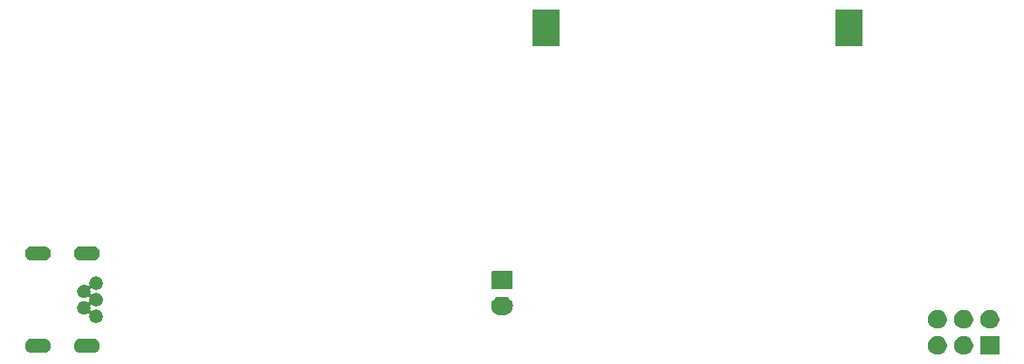
<source format=gbr>
G04 #@! TF.GenerationSoftware,KiCad,Pcbnew,(5.1.5)-3*
G04 #@! TF.CreationDate,2020-09-17T21:05:18+09:00*
G04 #@! TF.ProjectId,acrylic_nixie_clock,61637279-6c69-4635-9f6e-697869655f63,rev?*
G04 #@! TF.SameCoordinates,Original*
G04 #@! TF.FileFunction,Soldermask,Bot*
G04 #@! TF.FilePolarity,Negative*
%FSLAX46Y46*%
G04 Gerber Fmt 4.6, Leading zero omitted, Abs format (unit mm)*
G04 Created by KiCad (PCBNEW (5.1.5)-3) date 2020-09-17 21:05:18*
%MOMM*%
%LPD*%
G04 APERTURE LIST*
%ADD10C,0.100000*%
G04 APERTURE END LIST*
D10*
G36*
X141554278Y-95005547D02*
G01*
X141720724Y-95074491D01*
X141870522Y-95174583D01*
X141997917Y-95301978D01*
X142098009Y-95451776D01*
X142166953Y-95618222D01*
X142202100Y-95794918D01*
X142202100Y-95975082D01*
X142166953Y-96151778D01*
X142098009Y-96318224D01*
X141997917Y-96468022D01*
X141870522Y-96595417D01*
X141720724Y-96695509D01*
X141554278Y-96764453D01*
X141377582Y-96799600D01*
X141197418Y-96799600D01*
X141020722Y-96764453D01*
X140854276Y-96695509D01*
X140704478Y-96595417D01*
X140577083Y-96468022D01*
X140476991Y-96318224D01*
X140408047Y-96151778D01*
X140372900Y-95975082D01*
X140372900Y-95794918D01*
X140408047Y-95618222D01*
X140476991Y-95451776D01*
X140577083Y-95301978D01*
X140704478Y-95174583D01*
X140854276Y-95074491D01*
X141020722Y-95005547D01*
X141197418Y-94970400D01*
X141377582Y-94970400D01*
X141554278Y-95005547D01*
G37*
G36*
X147282100Y-96799600D02*
G01*
X145452900Y-96799600D01*
X145452900Y-94970400D01*
X147282100Y-94970400D01*
X147282100Y-96799600D01*
G37*
G36*
X144094278Y-95005547D02*
G01*
X144260724Y-95074491D01*
X144410522Y-95174583D01*
X144537917Y-95301978D01*
X144638009Y-95451776D01*
X144706953Y-95618222D01*
X144742100Y-95794918D01*
X144742100Y-95975082D01*
X144706953Y-96151778D01*
X144638009Y-96318224D01*
X144537917Y-96468022D01*
X144410522Y-96595417D01*
X144260724Y-96695509D01*
X144094278Y-96764453D01*
X143917582Y-96799600D01*
X143737418Y-96799600D01*
X143560722Y-96764453D01*
X143394276Y-96695509D01*
X143244478Y-96595417D01*
X143117083Y-96468022D01*
X143016991Y-96318224D01*
X142948047Y-96151778D01*
X142912900Y-95975082D01*
X142912900Y-95794918D01*
X142948047Y-95618222D01*
X143016991Y-95451776D01*
X143117083Y-95301978D01*
X143244478Y-95174583D01*
X143394276Y-95074491D01*
X143560722Y-95005547D01*
X143737418Y-94970400D01*
X143917582Y-94970400D01*
X144094278Y-95005547D01*
G37*
G36*
X59477421Y-95236643D02*
G01*
X59609557Y-95276727D01*
X59609559Y-95276728D01*
X59731339Y-95341820D01*
X59731341Y-95341821D01*
X59731340Y-95341821D01*
X59838080Y-95429420D01*
X59925679Y-95536160D01*
X59990773Y-95657943D01*
X60030857Y-95790079D01*
X60044391Y-95927500D01*
X60030857Y-96064921D01*
X60004508Y-96151779D01*
X59990772Y-96197059D01*
X59925680Y-96318839D01*
X59838080Y-96425580D01*
X59731339Y-96513180D01*
X59609559Y-96578272D01*
X59609557Y-96578273D01*
X59477421Y-96618357D01*
X59374432Y-96628500D01*
X58205568Y-96628500D01*
X58102579Y-96618357D01*
X57970443Y-96578273D01*
X57970441Y-96578272D01*
X57848661Y-96513180D01*
X57741920Y-96425580D01*
X57654320Y-96318839D01*
X57589228Y-96197059D01*
X57575492Y-96151779D01*
X57549143Y-96064921D01*
X57535609Y-95927500D01*
X57549143Y-95790079D01*
X57589227Y-95657943D01*
X57654321Y-95536160D01*
X57741920Y-95429420D01*
X57848660Y-95341821D01*
X57848659Y-95341821D01*
X57848661Y-95341820D01*
X57970441Y-95276728D01*
X57970443Y-95276727D01*
X58102579Y-95236643D01*
X58205568Y-95226500D01*
X59374432Y-95226500D01*
X59477421Y-95236643D01*
G37*
G36*
X54727421Y-95236643D02*
G01*
X54859557Y-95276727D01*
X54859559Y-95276728D01*
X54981339Y-95341820D01*
X54981341Y-95341821D01*
X54981340Y-95341821D01*
X55088080Y-95429420D01*
X55175679Y-95536160D01*
X55240773Y-95657943D01*
X55280857Y-95790079D01*
X55294391Y-95927500D01*
X55280857Y-96064921D01*
X55254508Y-96151779D01*
X55240772Y-96197059D01*
X55175680Y-96318839D01*
X55088080Y-96425580D01*
X54981339Y-96513180D01*
X54859559Y-96578272D01*
X54859557Y-96578273D01*
X54727421Y-96618357D01*
X54624432Y-96628500D01*
X53455568Y-96628500D01*
X53352579Y-96618357D01*
X53220443Y-96578273D01*
X53220441Y-96578272D01*
X53098661Y-96513180D01*
X52991920Y-96425580D01*
X52904320Y-96318839D01*
X52839228Y-96197059D01*
X52825492Y-96151779D01*
X52799143Y-96064921D01*
X52785609Y-95927500D01*
X52799143Y-95790079D01*
X52839227Y-95657943D01*
X52904321Y-95536160D01*
X52991920Y-95429420D01*
X53098660Y-95341821D01*
X53098659Y-95341821D01*
X53098661Y-95341820D01*
X53220441Y-95276728D01*
X53220443Y-95276727D01*
X53352579Y-95236643D01*
X53455568Y-95226500D01*
X54624432Y-95226500D01*
X54727421Y-95236643D01*
G37*
G36*
X141554278Y-92465547D02*
G01*
X141720724Y-92534491D01*
X141870522Y-92634583D01*
X141997917Y-92761978D01*
X142098009Y-92911776D01*
X142166953Y-93078222D01*
X142202100Y-93254918D01*
X142202100Y-93435082D01*
X142166953Y-93611778D01*
X142098009Y-93778224D01*
X141997917Y-93928022D01*
X141870522Y-94055417D01*
X141720724Y-94155509D01*
X141554278Y-94224453D01*
X141377582Y-94259600D01*
X141197418Y-94259600D01*
X141020722Y-94224453D01*
X140854276Y-94155509D01*
X140704478Y-94055417D01*
X140577083Y-93928022D01*
X140476991Y-93778224D01*
X140408047Y-93611778D01*
X140372900Y-93435082D01*
X140372900Y-93254918D01*
X140408047Y-93078222D01*
X140476991Y-92911776D01*
X140577083Y-92761978D01*
X140704478Y-92634583D01*
X140854276Y-92534491D01*
X141020722Y-92465547D01*
X141197418Y-92430400D01*
X141377582Y-92430400D01*
X141554278Y-92465547D01*
G37*
G36*
X144094278Y-92465547D02*
G01*
X144260724Y-92534491D01*
X144410522Y-92634583D01*
X144537917Y-92761978D01*
X144638009Y-92911776D01*
X144706953Y-93078222D01*
X144742100Y-93254918D01*
X144742100Y-93435082D01*
X144706953Y-93611778D01*
X144638009Y-93778224D01*
X144537917Y-93928022D01*
X144410522Y-94055417D01*
X144260724Y-94155509D01*
X144094278Y-94224453D01*
X143917582Y-94259600D01*
X143737418Y-94259600D01*
X143560722Y-94224453D01*
X143394276Y-94155509D01*
X143244478Y-94055417D01*
X143117083Y-93928022D01*
X143016991Y-93778224D01*
X142948047Y-93611778D01*
X142912900Y-93435082D01*
X142912900Y-93254918D01*
X142948047Y-93078222D01*
X143016991Y-92911776D01*
X143117083Y-92761978D01*
X143244478Y-92634583D01*
X143394276Y-92534491D01*
X143560722Y-92465547D01*
X143737418Y-92430400D01*
X143917582Y-92430400D01*
X144094278Y-92465547D01*
G37*
G36*
X146634278Y-92465547D02*
G01*
X146800724Y-92534491D01*
X146950522Y-92634583D01*
X147077917Y-92761978D01*
X147178009Y-92911776D01*
X147246953Y-93078222D01*
X147282100Y-93254918D01*
X147282100Y-93435082D01*
X147246953Y-93611778D01*
X147178009Y-93778224D01*
X147077917Y-93928022D01*
X146950522Y-94055417D01*
X146800724Y-94155509D01*
X146634278Y-94224453D01*
X146457582Y-94259600D01*
X146277418Y-94259600D01*
X146100722Y-94224453D01*
X145934276Y-94155509D01*
X145784478Y-94055417D01*
X145657083Y-93928022D01*
X145556991Y-93778224D01*
X145488047Y-93611778D01*
X145452900Y-93435082D01*
X145452900Y-93254918D01*
X145488047Y-93078222D01*
X145556991Y-92911776D01*
X145657083Y-92761978D01*
X145784478Y-92634583D01*
X145934276Y-92534491D01*
X146100722Y-92465547D01*
X146277418Y-92430400D01*
X146457582Y-92430400D01*
X146634278Y-92465547D01*
G37*
G36*
X59879890Y-89201517D02*
G01*
X59998364Y-89250591D01*
X60104988Y-89321835D01*
X60195665Y-89412512D01*
X60266909Y-89519136D01*
X60315983Y-89637610D01*
X60341000Y-89763382D01*
X60341000Y-89891618D01*
X60315983Y-90017390D01*
X60266909Y-90135864D01*
X60195665Y-90242488D01*
X60104988Y-90333165D01*
X59998364Y-90404409D01*
X59998363Y-90404410D01*
X59998362Y-90404410D01*
X59879890Y-90453483D01*
X59754119Y-90478500D01*
X59625881Y-90478500D01*
X59500110Y-90453483D01*
X59381637Y-90404410D01*
X59318563Y-90362265D01*
X59296952Y-90350714D01*
X59273503Y-90343601D01*
X59249117Y-90341199D01*
X59224731Y-90343601D01*
X59201282Y-90350714D01*
X59179671Y-90362265D01*
X59160729Y-90377811D01*
X59145184Y-90396752D01*
X59133633Y-90418363D01*
X59126520Y-90441812D01*
X59124118Y-90466198D01*
X59126520Y-90490584D01*
X59141000Y-90563381D01*
X59141000Y-90691619D01*
X59126520Y-90764416D01*
X59124118Y-90788802D01*
X59126520Y-90813188D01*
X59133633Y-90836637D01*
X59145184Y-90858248D01*
X59160730Y-90877190D01*
X59179672Y-90892735D01*
X59201282Y-90904286D01*
X59224731Y-90911399D01*
X59249117Y-90913801D01*
X59273503Y-90911399D01*
X59296952Y-90904286D01*
X59318563Y-90892735D01*
X59381637Y-90850590D01*
X59500110Y-90801517D01*
X59625881Y-90776500D01*
X59754119Y-90776500D01*
X59879890Y-90801517D01*
X59964677Y-90836637D01*
X59998364Y-90850591D01*
X60009823Y-90858248D01*
X60104988Y-90921835D01*
X60195665Y-91012512D01*
X60266910Y-91119138D01*
X60315983Y-91237610D01*
X60324857Y-91282221D01*
X60341000Y-91363382D01*
X60341000Y-91491618D01*
X60315983Y-91617390D01*
X60266909Y-91735864D01*
X60195665Y-91842488D01*
X60104988Y-91933165D01*
X59998364Y-92004409D01*
X59998363Y-92004410D01*
X59998362Y-92004410D01*
X59879890Y-92053483D01*
X59754119Y-92078500D01*
X59625881Y-92078500D01*
X59500110Y-92053483D01*
X59381637Y-92004410D01*
X59318563Y-91962265D01*
X59296952Y-91950714D01*
X59273503Y-91943601D01*
X59249117Y-91941199D01*
X59224731Y-91943601D01*
X59201282Y-91950714D01*
X59179671Y-91962265D01*
X59160729Y-91977811D01*
X59145184Y-91996752D01*
X59133633Y-92018363D01*
X59126520Y-92041812D01*
X59124118Y-92066198D01*
X59126520Y-92090584D01*
X59141000Y-92163381D01*
X59141000Y-92291619D01*
X59126520Y-92364416D01*
X59124118Y-92388802D01*
X59126520Y-92413188D01*
X59133633Y-92436637D01*
X59145184Y-92458248D01*
X59160730Y-92477190D01*
X59179672Y-92492735D01*
X59201282Y-92504286D01*
X59224731Y-92511399D01*
X59249117Y-92513801D01*
X59273503Y-92511399D01*
X59296952Y-92504286D01*
X59318563Y-92492735D01*
X59381637Y-92450590D01*
X59500110Y-92401517D01*
X59625881Y-92376500D01*
X59754119Y-92376500D01*
X59879890Y-92401517D01*
X59964677Y-92436637D01*
X59998364Y-92450591D01*
X60038172Y-92477190D01*
X60104988Y-92521835D01*
X60195665Y-92612512D01*
X60266910Y-92719138D01*
X60284655Y-92761978D01*
X60315983Y-92837610D01*
X60341000Y-92963382D01*
X60341000Y-93091618D01*
X60315983Y-93217390D01*
X60266909Y-93335864D01*
X60195665Y-93442488D01*
X60104988Y-93533165D01*
X59998364Y-93604409D01*
X59998363Y-93604410D01*
X59998362Y-93604410D01*
X59879890Y-93653483D01*
X59754119Y-93678500D01*
X59625881Y-93678500D01*
X59500110Y-93653483D01*
X59381638Y-93604410D01*
X59381637Y-93604410D01*
X59381636Y-93604409D01*
X59275012Y-93533165D01*
X59184335Y-93442488D01*
X59113091Y-93335864D01*
X59064017Y-93217390D01*
X59039000Y-93091618D01*
X59039000Y-92963382D01*
X59053480Y-92890584D01*
X59055882Y-92866198D01*
X59053480Y-92841812D01*
X59046367Y-92818363D01*
X59034816Y-92796752D01*
X59019270Y-92777810D01*
X59000328Y-92762265D01*
X58978718Y-92750714D01*
X58955269Y-92743601D01*
X58930883Y-92741199D01*
X58906497Y-92743601D01*
X58883048Y-92750714D01*
X58861437Y-92762265D01*
X58798363Y-92804410D01*
X58679890Y-92853483D01*
X58554119Y-92878500D01*
X58425881Y-92878500D01*
X58300110Y-92853483D01*
X58181638Y-92804410D01*
X58181637Y-92804410D01*
X58181636Y-92804409D01*
X58075012Y-92733165D01*
X57984335Y-92642488D01*
X57913091Y-92535864D01*
X57864017Y-92417390D01*
X57839000Y-92291618D01*
X57839000Y-92163382D01*
X57864017Y-92037610D01*
X57913091Y-91919136D01*
X57984335Y-91812512D01*
X58075012Y-91721835D01*
X58181636Y-91650591D01*
X58215324Y-91636637D01*
X58300110Y-91601517D01*
X58425881Y-91576500D01*
X58554119Y-91576500D01*
X58679890Y-91601517D01*
X58798363Y-91650590D01*
X58861437Y-91692735D01*
X58883048Y-91704286D01*
X58906497Y-91711399D01*
X58930883Y-91713801D01*
X58955269Y-91711399D01*
X58978718Y-91704286D01*
X59000329Y-91692735D01*
X59019271Y-91677189D01*
X59034816Y-91658248D01*
X59046367Y-91636637D01*
X59053480Y-91613188D01*
X59055882Y-91588802D01*
X59053480Y-91564416D01*
X59039000Y-91491619D01*
X59039000Y-91363381D01*
X59053480Y-91290584D01*
X59055882Y-91266198D01*
X59053480Y-91241812D01*
X59046367Y-91218363D01*
X59034816Y-91196752D01*
X59019270Y-91177810D01*
X59000328Y-91162265D01*
X58978718Y-91150714D01*
X58955269Y-91143601D01*
X58930883Y-91141199D01*
X58906497Y-91143601D01*
X58883048Y-91150714D01*
X58861437Y-91162265D01*
X58798363Y-91204410D01*
X58679890Y-91253483D01*
X58554119Y-91278500D01*
X58425881Y-91278500D01*
X58300110Y-91253483D01*
X58181638Y-91204410D01*
X58181637Y-91204410D01*
X58181636Y-91204409D01*
X58075012Y-91133165D01*
X57984335Y-91042488D01*
X57913091Y-90935864D01*
X57864017Y-90817390D01*
X57839000Y-90691618D01*
X57839000Y-90563382D01*
X57864017Y-90437610D01*
X57913091Y-90319136D01*
X57984335Y-90212512D01*
X58075012Y-90121835D01*
X58181636Y-90050591D01*
X58215324Y-90036637D01*
X58300110Y-90001517D01*
X58425881Y-89976500D01*
X58554119Y-89976500D01*
X58679890Y-90001517D01*
X58798363Y-90050590D01*
X58861437Y-90092735D01*
X58883048Y-90104286D01*
X58906497Y-90111399D01*
X58930883Y-90113801D01*
X58955269Y-90111399D01*
X58978718Y-90104286D01*
X59000329Y-90092735D01*
X59019271Y-90077189D01*
X59034816Y-90058248D01*
X59046367Y-90036637D01*
X59053480Y-90013188D01*
X59055882Y-89988802D01*
X59053480Y-89964416D01*
X59039000Y-89891619D01*
X59039000Y-89763381D01*
X59064017Y-89637610D01*
X59113090Y-89519138D01*
X59184335Y-89412512D01*
X59275012Y-89321835D01*
X59381636Y-89250591D01*
X59500110Y-89201517D01*
X59625881Y-89176500D01*
X59754119Y-89176500D01*
X59879890Y-89201517D01*
G37*
G36*
X99320443Y-91140519D02*
G01*
X99386627Y-91147037D01*
X99556466Y-91198557D01*
X99712991Y-91282222D01*
X99748729Y-91311552D01*
X99850186Y-91394814D01*
X99929630Y-91491618D01*
X99962778Y-91532009D01*
X100046443Y-91688534D01*
X100097963Y-91858373D01*
X100115359Y-92035000D01*
X100097963Y-92211627D01*
X100046443Y-92381466D01*
X99962778Y-92537991D01*
X99933448Y-92573729D01*
X99850186Y-92675186D01*
X99748729Y-92758448D01*
X99712991Y-92787778D01*
X99556466Y-92871443D01*
X99386627Y-92922963D01*
X99320443Y-92929481D01*
X99254260Y-92936000D01*
X98865740Y-92936000D01*
X98799557Y-92929481D01*
X98733373Y-92922963D01*
X98563534Y-92871443D01*
X98407009Y-92787778D01*
X98371271Y-92758448D01*
X98269814Y-92675186D01*
X98186552Y-92573729D01*
X98157222Y-92537991D01*
X98073557Y-92381466D01*
X98022037Y-92211627D01*
X98004641Y-92035000D01*
X98022037Y-91858373D01*
X98073557Y-91688534D01*
X98157222Y-91532009D01*
X98190370Y-91491618D01*
X98269814Y-91394814D01*
X98371271Y-91311552D01*
X98407009Y-91282222D01*
X98563534Y-91198557D01*
X98733373Y-91147037D01*
X98799557Y-91140519D01*
X98865740Y-91134000D01*
X99254260Y-91134000D01*
X99320443Y-91140519D01*
G37*
G36*
X99968600Y-88637989D02*
G01*
X100001652Y-88648015D01*
X100032103Y-88664292D01*
X100058799Y-88686201D01*
X100080708Y-88712897D01*
X100096985Y-88743348D01*
X100107011Y-88776400D01*
X100111000Y-88816903D01*
X100111000Y-90253097D01*
X100107011Y-90293600D01*
X100096985Y-90326652D01*
X100080708Y-90357103D01*
X100058799Y-90383799D01*
X100032103Y-90405708D01*
X100001652Y-90421985D01*
X99968600Y-90432011D01*
X99928097Y-90436000D01*
X98191903Y-90436000D01*
X98151400Y-90432011D01*
X98118348Y-90421985D01*
X98087897Y-90405708D01*
X98061201Y-90383799D01*
X98039292Y-90357103D01*
X98023015Y-90326652D01*
X98012989Y-90293600D01*
X98009000Y-90253097D01*
X98009000Y-88816903D01*
X98012989Y-88776400D01*
X98023015Y-88743348D01*
X98039292Y-88712897D01*
X98061201Y-88686201D01*
X98087897Y-88664292D01*
X98118348Y-88648015D01*
X98151400Y-88637989D01*
X98191903Y-88634000D01*
X99928097Y-88634000D01*
X99968600Y-88637989D01*
G37*
G36*
X59477421Y-86236643D02*
G01*
X59609557Y-86276727D01*
X59609559Y-86276728D01*
X59731339Y-86341820D01*
X59731341Y-86341821D01*
X59731340Y-86341821D01*
X59838080Y-86429420D01*
X59925679Y-86536160D01*
X59990773Y-86657943D01*
X60030857Y-86790079D01*
X60044391Y-86927500D01*
X60030857Y-87064921D01*
X59990773Y-87197057D01*
X59990772Y-87197059D01*
X59925680Y-87318839D01*
X59838080Y-87425580D01*
X59731339Y-87513180D01*
X59609559Y-87578272D01*
X59609557Y-87578273D01*
X59477421Y-87618357D01*
X59374432Y-87628500D01*
X58205568Y-87628500D01*
X58102579Y-87618357D01*
X57970443Y-87578273D01*
X57970441Y-87578272D01*
X57848661Y-87513180D01*
X57741920Y-87425580D01*
X57654320Y-87318839D01*
X57589228Y-87197059D01*
X57589227Y-87197057D01*
X57549143Y-87064921D01*
X57535609Y-86927500D01*
X57549143Y-86790079D01*
X57589227Y-86657943D01*
X57654321Y-86536160D01*
X57741920Y-86429420D01*
X57848660Y-86341821D01*
X57848659Y-86341821D01*
X57848661Y-86341820D01*
X57970441Y-86276728D01*
X57970443Y-86276727D01*
X58102579Y-86236643D01*
X58205568Y-86226500D01*
X59374432Y-86226500D01*
X59477421Y-86236643D01*
G37*
G36*
X54727421Y-86236643D02*
G01*
X54859557Y-86276727D01*
X54859559Y-86276728D01*
X54981339Y-86341820D01*
X54981341Y-86341821D01*
X54981340Y-86341821D01*
X55088080Y-86429420D01*
X55175679Y-86536160D01*
X55240773Y-86657943D01*
X55280857Y-86790079D01*
X55294391Y-86927500D01*
X55280857Y-87064921D01*
X55240773Y-87197057D01*
X55240772Y-87197059D01*
X55175680Y-87318839D01*
X55088080Y-87425580D01*
X54981339Y-87513180D01*
X54859559Y-87578272D01*
X54859557Y-87578273D01*
X54727421Y-87618357D01*
X54624432Y-87628500D01*
X53455568Y-87628500D01*
X53352579Y-87618357D01*
X53220443Y-87578273D01*
X53220441Y-87578272D01*
X53098661Y-87513180D01*
X52991920Y-87425580D01*
X52904320Y-87318839D01*
X52839228Y-87197059D01*
X52839227Y-87197057D01*
X52799143Y-87064921D01*
X52785609Y-86927500D01*
X52799143Y-86790079D01*
X52839227Y-86657943D01*
X52904321Y-86536160D01*
X52991920Y-86429420D01*
X53098660Y-86341821D01*
X53098659Y-86341821D01*
X53098661Y-86341820D01*
X53220441Y-86276728D01*
X53220443Y-86276727D01*
X53352579Y-86236643D01*
X53455568Y-86226500D01*
X54624432Y-86226500D01*
X54727421Y-86236643D01*
G37*
G36*
X134001000Y-66806000D02*
G01*
X131359000Y-66806000D01*
X131359000Y-63194000D01*
X134001000Y-63194000D01*
X134001000Y-66806000D01*
G37*
G36*
X104641000Y-66806000D02*
G01*
X101999000Y-66806000D01*
X101999000Y-63194000D01*
X104641000Y-63194000D01*
X104641000Y-66806000D01*
G37*
M02*

</source>
